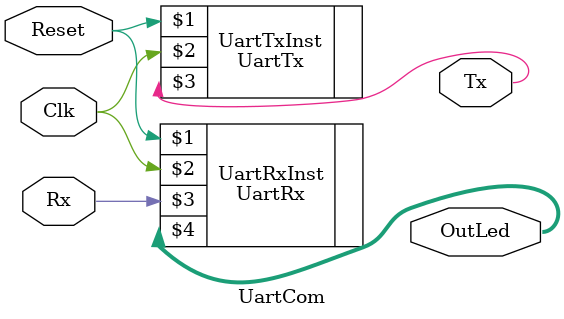
<source format=v>

module UartCom(Reset, Clk, Tx, Rx, OutLed);

input Reset,Clk, Rx;
output Tx;
output [23:0] OutLed;



UartTx UartTxInst(Reset, Clk, Tx);
UartRx UartRxInst(Reset, Clk, Rx, OutLed);

endmodule

</source>
